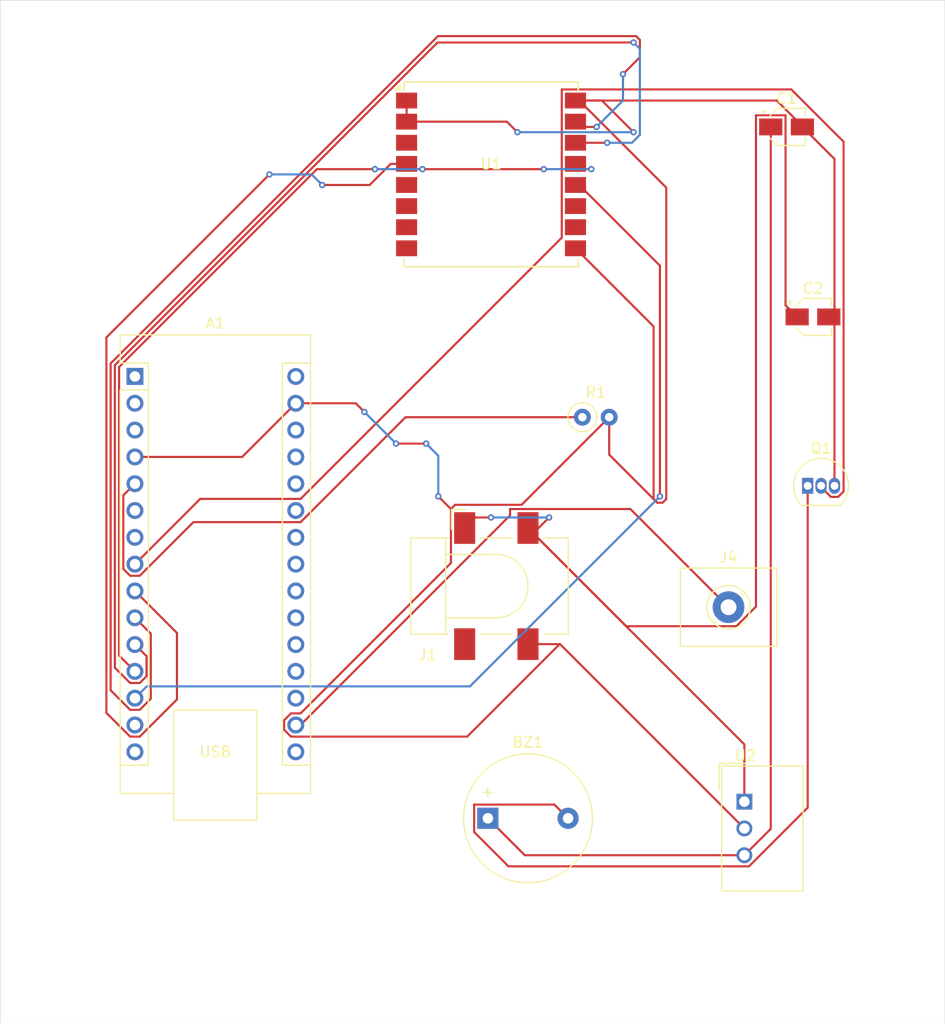
<source format=kicad_pcb>
(kicad_pcb (version 20241229) (generator "pcbnew") (generator_version "9.0")
  (layers (0 "F.Cu" signal) (2 "B.Cu" signal) (13 "F.Paste" user) (15 "B.Paste" user) (5 "F.SilkS" user "F.Silkscreen") (7 "B.SilkS" user "B.Silkscreen") (1 "F.Mask" user) (3 "B.Mask" user) (25 "Edge.Cuts" user))
  (net 0 "")
  (net 1 "GND")
  (net 3 "Net-(A1-D10)")
  (net 6 "Net-(A1-D6)")
  (net 14 "Net-(A1-D2)")
  (net 16 "Net-(A1-3V3)")
  (net 18 "Net-(A1-D9)")
  (net 19 "Net-(A1-D5)")
  (net 23 "Net-(A1-D7)")
  (net 29 "Net-(A1-D8)")
  (net 30 "Net-(BZ1-+)")
  (net 31 "Net-(BZ1--)")
  (net 32 "Net-(U2-IN)")
  (net 35 "VCC")
  (footprint "Converter_DCDC:Converter_DCDC_TRACO_TSR1-xxxxE_THT" (layer "F.Cu") (at 177 113.42)
    (property "Reference" "U2" (at 0.1 -4.35 0) (layer "F.SilkS"))
    (property "Value" "L7805")
    (fp_line (start -2.4 -3.61) (end 0.1 -3.61) (stroke (width 0.12)) (layer "F.SilkS"))
    (fp_line (start -2.4 -1.11) (end -2.4 -3.61) (stroke (width 0.12)) (layer "F.SilkS"))
    (fp_line (start -2.16 -3.37) (end -2.16 8.45) (stroke (width 0.12)) (layer "F.SilkS"))
    (fp_line (start -2.16 -3.37) (end 5.56 -3.37) (stroke (width 0.12)) (layer "F.SilkS"))
    (fp_line (start -2.16 8.45) (end 5.56 8.45) (stroke (width 0.12)) (layer "F.SilkS"))
    (fp_line (start 5.56 -3.37) (end 5.56 8.45) (stroke (width 0.12)) (layer "F.SilkS"))
    (pad "1" thru_hole rect (at 0 0) (size 1.5 1.5) (drill 1) (layers "*.Cu" "*.Mask") (net 32 "Net-(U2-IN)"))
    (pad "2" thru_hole circle (at 0 2.54) (size 1.5 1.5) (drill 1) (layers "*.Cu" "*.Mask") (net 1 "GND"))
    (pad "3" thru_hole circle (at 0 5.08) (size 1.5 1.5) (drill 1) (layers "*.Cu" "*.Mask") (net 30 "Net-(BZ1-+)"))
  )
  (footprint "Module:Arduino_Nano" (layer "F.Cu") (at 119.26 73.14)
    (property "Reference" "A1" (at 7.62 -5.08 0) (layer "F.SilkS"))
    (property "Value" "Arduino_Nano_Every")
    (fp_line (start -1.4 -3.94) (end -1.4 -1.27) (stroke (width 0.12)) (layer "F.SilkS"))
    (fp_line (start -1.4 1.27) (end -1.4 39.5) (stroke (width 0.12)) (layer "F.SilkS"))
    (fp_line (start -1.4 39.5) (end 3.68 39.5) (stroke (width 0.12)) (layer "F.SilkS"))
    (fp_line (start 1.27 -1.27) (end -1.4 -1.27) (stroke (width 0.12)) (layer "F.SilkS"))
    (fp_line (start 1.27 1.27) (end -1.4 1.27) (stroke (width 0.12)) (layer "F.SilkS"))
    (fp_line (start 1.27 1.27) (end 1.27 -1.27) (stroke (width 0.12)) (layer "F.SilkS"))
    (fp_line (start 1.27 1.27) (end 1.27 36.83) (stroke (width 0.12)) (layer "F.SilkS"))
    (fp_line (start 1.27 36.83) (end -1.4 36.83) (stroke (width 0.12)) (layer "F.SilkS"))
    (fp_line (start 3.68 31.62) (end 11.56 31.62) (stroke (width 0.12)) (layer "F.SilkS"))
    (fp_line (start 3.68 42.04) (end 3.68 31.62) (stroke (width 0.12)) (layer "F.SilkS"))
    (fp_line (start 11.56 31.62) (end 11.56 42.04) (stroke (width 0.12)) (layer "F.SilkS"))
    (fp_line (start 11.56 42.04) (end 3.68 42.04) (stroke (width 0.12)) (layer "F.SilkS"))
    (fp_line (start 13.97 -1.27) (end 13.97 36.83) (stroke (width 0.12)) (layer "F.SilkS"))
    (fp_line (start 13.97 -1.27) (end 16.64 -1.27) (stroke (width 0.12)) (layer "F.SilkS"))
    (fp_line (start 13.97 36.83) (end 16.64 36.83) (stroke (width 0.12)) (layer "F.SilkS"))
    (fp_line (start 16.64 -3.94) (end -1.4 -3.94) (stroke (width 0.12)) (layer "F.SilkS"))
    (fp_line (start 16.64 39.5) (end 11.56 39.5) (stroke (width 0.12)) (layer "F.SilkS"))
    (fp_line (start 16.64 39.5) (end 16.64 -3.94) (stroke (width 0.12)) (layer "F.SilkS"))
    (fp_text user "USB" (at 7.62 35.56 0) (layer "F.SilkS"))
    (pad "1" thru_hole rect (at 0 0) (size 1.6 1.6) (drill 1) (layers "*.Cu" "*.Mask"))
    (pad "2" thru_hole oval (at 0 2.54) (size 1.6 1.6) (drill 1) (layers "*.Cu" "*.Mask"))
    (pad "3" thru_hole oval (at 0 5.08) (size 1.6 1.6) (drill 1) (layers "*.Cu" "*.Mask"))
    (pad "4" thru_hole oval (at 0 7.62) (size 1.6 1.6) (drill 1) (layers "*.Cu" "*.Mask") (net 1 "GND"))
    (pad "5" thru_hole oval (at 0 10.16) (size 1.6 1.6) (drill 1) (layers "*.Cu" "*.Mask") (net 14 "Net-(A1-D2)"))
    (pad "6" thru_hole oval (at 0 12.7) (size 1.6 1.6) (drill 1) (layers "*.Cu" "*.Mask"))
    (pad "7" thru_hole oval (at 0 15.24) (size 1.6 1.6) (drill 1) (layers "*.Cu" "*.Mask"))
    (pad "8" thru_hole oval (at 0 17.78) (size 1.6 1.6) (drill 1) (layers "*.Cu" "*.Mask") (net 19 "Net-(A1-D5)"))
    (pad "9" thru_hole oval (at 0 20.32) (size 1.6 1.6) (drill 1) (layers "*.Cu" "*.Mask") (net 6 "Net-(A1-D6)"))
    (pad "10" thru_hole oval (at 0 22.86) (size 1.6 1.6) (drill 1) (layers "*.Cu" "*.Mask") (net 23 "Net-(A1-D7)"))
    (pad "11" thru_hole oval (at 0 25.4) (size 1.6 1.6) (drill 1) (layers "*.Cu" "*.Mask") (net 29 "Net-(A1-D8)"))
    (pad "12" thru_hole oval (at 0 27.94) (size 1.6 1.6) (drill 1) (layers "*.Cu" "*.Mask") (net 18 "Net-(A1-D9)"))
    (pad "13" thru_hole oval (at 0 30.48) (size 1.6 1.6) (drill 1) (layers "*.Cu" "*.Mask") (net 3 "Net-(A1-D10)"))
    (pad "14" thru_hole oval (at 0 33.02) (size 1.6 1.6) (drill 1) (layers "*.Cu" "*.Mask"))
    (pad "15" thru_hole oval (at 0 35.56) (size 1.6 1.6) (drill 1) (layers "*.Cu" "*.Mask"))
    (pad "16" thru_hole oval (at 15.24 35.56) (size 1.6 1.6) (drill 1) (layers "*.Cu" "*.Mask"))
    (pad "17" thru_hole oval (at 15.24 33.02) (size 1.6 1.6) (drill 1) (layers "*.Cu" "*.Mask") (net 16 "Net-(A1-3V3)"))
    (pad "18" thru_hole oval (at 15.24 30.48) (size 1.6 1.6) (drill 1) (layers "*.Cu" "*.Mask"))
    (pad "19" thru_hole oval (at 15.24 27.94) (size 1.6 1.6) (drill 1) (layers "*.Cu" "*.Mask"))
    (pad "20" thru_hole oval (at 15.24 25.4) (size 1.6 1.6) (drill 1) (layers "*.Cu" "*.Mask"))
    (pad "21" thru_hole oval (at 15.24 22.86) (size 1.6 1.6) (drill 1) (layers "*.Cu" "*.Mask"))
    (pad "22" thru_hole oval (at 15.24 20.32) (size 1.6 1.6) (drill 1) (layers "*.Cu" "*.Mask"))
    (pad "23" thru_hole oval (at 15.24 17.78) (size 1.6 1.6) (drill 1) (layers "*.Cu" "*.Mask"))
    (pad "24" thru_hole oval (at 15.24 15.24) (size 1.6 1.6) (drill 1) (layers "*.Cu" "*.Mask"))
    (pad "25" thru_hole oval (at 15.24 12.7) (size 1.6 1.6) (drill 1) (layers "*.Cu" "*.Mask"))
    (pad "26" thru_hole oval (at 15.24 10.16) (size 1.6 1.6) (drill 1) (layers "*.Cu" "*.Mask"))
    (pad "27" thru_hole oval (at 15.24 7.62) (size 1.6 1.6) (drill 1) (layers "*.Cu" "*.Mask"))
    (pad "28" thru_hole oval (at 15.24 5.08) (size 1.6 1.6) (drill 1) (layers "*.Cu" "*.Mask"))
    (pad "29" thru_hole oval (at 15.24 2.54) (size 1.6 1.6) (drill 1) (layers "*.Cu" "*.Mask") (net 1 "GND"))
    (pad "30" thru_hole oval (at 15.24 0) (size 1.6 1.6) (drill 1) (layers "*.Cu" "*.Mask"))
  )
  (footprint "Package_TO_SOT_THT:TO-92_Inline" (layer "F.Cu") (at 183 83.5)
    (property "Reference" "Q1" (at 1.27 -3.56 0) (layer "F.SilkS"))
    (property "Value" "BC547")
    (fp_line (start -0.53 1.85) (end 3.07 1.85) (stroke (width 0.12)) (layer "F.SilkS"))
    (fp_arc (start -0.568478 1.838478) (mid -1.132087 -0.994977) (end 1.27 -2.6) (stroke (width 0.12)) (layer "F.SilkS"))
    (fp_arc (start 1.27 -2.6) (mid 3.672087 -0.994977) (end 3.108478 1.838478) (stroke (width 0.12)) (layer "F.SilkS"))
    (pad "1" thru_hole rect (at 0 0) (size 1.05 1.5) (drill 0.75) (layers "*.Cu" "*.Mask") (net 31 "Net-(BZ1--)"))
    (pad "2" thru_hole oval (at 1.27 0) (size 1.05 1.5) (drill 0.75) (layers "*.Cu" "*.Mask") (net 19 "Net-(A1-D5)"))
    (pad "3" thru_hole oval (at 2.54 0) (size 1.05 1.5) (drill 0.75) (layers "*.Cu" "*.Mask") (net 1 "GND"))
  )
  (footprint "Capacitor_SMD:CP_Elec_3x5.3" (layer "F.Cu") (at 183.5 67.5)
    (property "Reference" "C2" (at 0 -2.7 0) (layer "F.SilkS"))
    (property "Value" "C")
    (fp_line (start -2.375 -1.435) (end -2 -1.435) (stroke (width 0.12)) (layer "F.SilkS"))
    (fp_line (start -2.1875 -1.6225) (end -2.1875 -1.2475) (stroke (width 0.12)) (layer "F.SilkS"))
    (fp_line (start -1.570563 -1.06) (end -0.870563 -1.76) (stroke (width 0.12)) (layer "F.SilkS"))
    (fp_line (start -1.570563 1.06) (end -0.870563 1.76) (stroke (width 0.12)) (layer "F.SilkS"))
    (fp_line (start -0.870563 -1.76) (end 1.76 -1.76) (stroke (width 0.12)) (layer "F.SilkS"))
    (fp_line (start -0.870563 1.76) (end 1.76 1.76) (stroke (width 0.12)) (layer "F.SilkS"))
    (fp_line (start 1.76 -1.76) (end 1.76 -1.06) (stroke (width 0.12)) (layer "F.SilkS"))
    (fp_line (start 1.76 1.76) (end 1.76 1.06) (stroke (width 0.12)) (layer "F.SilkS"))
    (pad "1" smd rect (at -1.5 0) (size 2.2 1.6) (layers "F.Cu" "F.Mask" "F.Paste") (net 32 "Net-(U2-IN)"))
    (pad "2" smd rect (at 1.5 0) (size 2.2 1.6) (layers "F.Cu" "F.Mask" "F.Paste") (net 1 "GND"))
  )
  (footprint "Resistor_THT:R_Axial_DIN0207_L6.3mm_D2.5mm_P2.54mm_Vertical" (layer "F.Cu") (at 161.655 77)
    (property "Reference" "R1" (at 1.27 -2.37 0) (layer "F.SilkS"))
    (property "Value" "R")
    (fp_line (start 1.37 0) (end 1.44 0) (stroke (width 0.12)) (layer "F.SilkS"))
    (fp_circle (center 0 0) (end 1.37 0) (stroke (width 0.12)) (fill no) (layer "F.SilkS"))
    (pad "1" thru_hole circle (at 0 0) (size 1.6 1.6) (drill 0.8) (layers "*.Cu" "*.Mask") (net 14 "Net-(A1-D2)"))
    (pad "2" thru_hole oval (at 2.54 0) (size 1.6 1.6) (drill 0.8) (layers "*.Cu" "*.Mask") (net 1 "GND"))
  )
  (footprint "Connector_BarrelJack:BarrelJack_CLIFF_FC681465S_SMT_Horizontal" (layer "F.Cu") (at 153.5 93)
    (property "Reference" "J1" (at -6.5 6.5 180) (layer "F.SilkS"))
    (property "Value" "Barrel_Jack")
    (fp_line (start -8.11 -4.56) (end -4.5 -4.56) (stroke (width 0.12)) (layer "F.SilkS"))
    (fp_line (start -8.11 4.56) (end -8.11 -4.56) (stroke (width 0.12)) (layer "F.SilkS"))
    (fp_line (start -8.11 4.56) (end -4.5 4.56) (stroke (width 0.12)) (layer "F.SilkS"))
    (fp_line (start -4.8 -3) (end 0 -3) (stroke (width 0.12)) (layer "F.SilkS"))
    (fp_line (start -4.8 3) (end 0 3) (stroke (width 0.12)) (layer "F.SilkS"))
    (fp_line (start -4.8 4.56) (end -4.8 -4.56) (stroke (width 0.12)) (layer "F.SilkS"))
    (fp_line (start -4.26 -7.26) (end -4.26 -5.36) (stroke (width 0.12)) (layer "F.SilkS"))
    (fp_line (start -2.92 -7.26) (end -4.26 -7.26) (stroke (width 0.12)) (layer "F.SilkS"))
    (fp_line (start -1.5 -4.56) (end 1.5 -4.56) (stroke (width 0.12)) (layer "F.SilkS"))
    (fp_line (start -1.5 4.56) (end 1.5 4.56) (stroke (width 0.12)) (layer "F.SilkS"))
    (fp_line (start 4.5 -4.56) (end 6.81 -4.56) (stroke (width 0.12)) (layer "F.SilkS"))
    (fp_line (start 4.5 4.56) (end 6.81 4.56) (stroke (width 0.12)) (layer "F.SilkS"))
    (fp_line (start 6.81 4.56) (end 6.81 -4.56) (stroke (width 0.12)) (layer "F.SilkS"))
    (fp_arc (start 0 -3) (mid 3 0) (end 0 3) (stroke (width 0.12)) (layer "F.SilkS"))
    (pad "" np_thru_hole oval (at -2.9 0 90) (size 2 1.5) (drill oval 2 1.5) (layers "*.Cu" "*.Mask"))
    (pad "" np_thru_hole circle (at 1.5 0 90) (size 2 2) (drill 2) (layers "*.Cu" "*.Mask"))
    (pad "1" smd rect (at -3 -5.5 90) (size 3 2) (layers "F.Cu" "F.Mask" "F.Paste") (net 32 "Net-(U2-IN)"))
    (pad "1" smd rect (at 3 -5.5 90) (size 3 2) (layers "F.Cu" "F.Mask" "F.Paste") (net 32 "Net-(U2-IN)"))
    (pad "2" smd rect (at 3 5.5 90) (size 3 2) (layers "F.Cu" "F.Mask" "F.Paste") (net 1 "GND"))
    (pad "3" smd rect (at -3 5.5 90) (size 3 2) (layers "F.Cu" "F.Mask" "F.Paste"))
  )
  (footprint "Capacitor_SMD:CP_Elec_3x5.3" (layer "F.Cu") (at 181 49.5)
    (property "Reference" "C1" (at 0 -2.7 0) (layer "F.SilkS"))
    (property "Value" "C")
    (fp_line (start -2.375 -1.435) (end -2 -1.435) (stroke (width 0.12)) (layer "F.SilkS"))
    (fp_line (start -2.1875 -1.6225) (end -2.1875 -1.2475) (stroke (width 0.12)) (layer "F.SilkS"))
    (fp_line (start -1.570563 -1.06) (end -0.870563 -1.76) (stroke (width 0.12)) (layer "F.SilkS"))
    (fp_line (start -1.570563 1.06) (end -0.870563 1.76) (stroke (width 0.12)) (layer "F.SilkS"))
    (fp_line (start -0.870563 -1.76) (end 1.76 -1.76) (stroke (width 0.12)) (layer "F.SilkS"))
    (fp_line (start -0.870563 1.76) (end 1.76 1.76) (stroke (width 0.12)) (layer "F.SilkS"))
    (fp_line (start 1.76 -1.76) (end 1.76 -1.06) (stroke (width 0.12)) (layer "F.SilkS"))
    (fp_line (start 1.76 1.76) (end 1.76 1.06) (stroke (width 0.12)) (layer "F.SilkS"))
    (pad "1" smd rect (at -1.5 0) (size 2.2 1.6) (layers "F.Cu" "F.Mask" "F.Paste") (net 30 "Net-(BZ1-+)"))
    (pad "2" smd rect (at 1.5 0) (size 2.2 1.6) (layers "F.Cu" "F.Mask" "F.Paste") (net 1 "GND"))
  )
  (footprint "TerminalBlock_MetzConnect:TerminalBlock_MetzConnect_360271_1x01_Horizontal_ScrewM3.0_Boxed" (layer "F.Cu") (at 175.5 95)
    (property "Reference" "J4" (at 0 -4.71 0) (layer "F.SilkS"))
    (property "Value" "Screw_Terminal_01x02")
    (fp_line (start -4.56 -3.71) (end -4.56 3.71) (stroke (width 0.12)) (layer "F.SilkS"))
    (fp_line (start -4.56 -3.71) (end 4.56 -3.71) (stroke (width 0.12)) (layer "F.SilkS"))
    (fp_line (start -4.56 3.71) (end 4.56 3.71) (stroke (width 0.12)) (layer "F.SilkS"))
    (fp_line (start -1.376 1.124) (end -1.563 1.311) (stroke (width 0.12)) (layer "F.SilkS"))
    (fp_line (start -1.168 1.419) (end -1.312 1.563) (stroke (width 0.12)) (layer "F.SilkS"))
    (fp_line (start 1.312 -1.563) (end 1.168 -1.419) (stroke (width 0.12)) (layer "F.SilkS"))
    (fp_line (start 1.563 -1.311) (end 1.376 -1.125) (stroke (width 0.12)) (layer "F.SilkS"))
    (fp_line (start 4.56 -3.71) (end 4.56 3.71) (stroke (width 0.12)) (layer "F.SilkS"))
    (fp_circle (center 0 0) (end 2.06 0) (stroke (width 0.12)) (fill no) (layer "F.SilkS"))
    (pad "1" thru_hole circle (at 0 0) (size 3 3) (drill 1.5) (layers "*.Cu" "*.Mask") (net 16 "Net-(A1-3V3)"))
  )
  (footprint "Buzzer_Beeper:Buzzer_12x9.5RM7.6" (layer "F.Cu") (at 152.7 115)
    (property "Reference" "BZ1" (at 3.8 -7.2 0) (layer "F.SilkS"))
    (property "Value" "Buzzer")
    (fp_circle (center 3.8 0) (end 9.9 0) (stroke (width 0.12)) (fill no) (layer "F.SilkS"))
    (fp_text user "+" (at -0.01 -2.54 0) (layer "F.SilkS"))
    (pad "1" thru_hole rect (at 0 0) (size 2 2) (drill 1) (layers "*.Cu" "*.Mask") (net 30 "Net-(BZ1-+)"))
    (pad "2" thru_hole circle (at 7.6 0) (size 2 2) (drill 1) (layers "*.Cu" "*.Mask") (net 31 "Net-(BZ1--)"))
  )
  (footprint "RF_Module:Ai-Thinker-Ra-01-LoRa" (layer "F.Cu") (at 153 54)
    (property "Reference" "U1" (at 0 -1 0) (layer "F.SilkS"))
    (property "Value" "Ai-Thinker-Ra-02")
    (fp_line (start -8.25 -8.75) (end 8.25 -8.75) (stroke (width 0.15)) (layer "F.SilkS"))
    (fp_line (start -8.25 -8) (end -8.25 -8.75) (stroke (width 0.15)) (layer "F.SilkS"))
    (fp_line (start -8.25 8) (end -8.25 8.75) (stroke (width 0.15)) (layer "F.SilkS"))
    (fp_line (start -8.25 8.75) (end 8.25 8.75) (stroke (width 0.15)) (layer "F.SilkS"))
    (fp_line (start 8.25 -8.75) (end 8.25 -8) (stroke (width 0.15)) (layer "F.SilkS"))
    (fp_line (start 8.25 8.75) (end 8.25 8) (stroke (width 0.15)) (layer "F.SilkS"))
    (fp_poly (pts (xy -8.55 -8) (xy -9.05 -8) (xy -8.55 -8.5) (xy -8.55 -8)) (stroke (width 0.12)) (fill yes) (layer "F.SilkS"))
    (pad "1" smd rect (at -8 -7) (size 2 1.5) (layers "F.Cu" "F.Mask" "F.Paste") (net 1 "GND"))
    (pad "2" smd rect (at -8 -5) (size 2 1.5) (layers "F.Cu" "F.Mask" "F.Paste") (net 1 "GND"))
    (pad "3" smd rect (at -8 -3) (size 2 1.5) (layers "F.Cu" "F.Mask" "F.Paste") (net 35 "VCC"))
    (pad "4" smd rect (at -8 -1) (size 2 1.5) (layers "F.Cu" "F.Mask" "F.Paste") (net 6 "Net-(A1-D6)"))
    (pad "5" smd rect (at -8 1) (size 2 1.5) (layers "F.Cu" "F.Mask" "F.Paste"))
    (pad "6" smd rect (at -8 3) (size 2 1.5) (layers "F.Cu" "F.Mask" "F.Paste"))
    (pad "7" smd rect (at -8 5) (size 2 1.5) (layers "F.Cu" "F.Mask" "F.Paste"))
    (pad "8" smd rect (at -8 7) (size 2 1.5) (layers "F.Cu" "F.Mask" "F.Paste"))
    (pad "9" smd rect (at 8 7) (size 2 1.5) (layers "F.Cu" "F.Mask" "F.Paste") (net 1 "GND"))
    (pad "10" smd rect (at 8 5) (size 2 1.5) (layers "F.Cu" "F.Mask" "F.Paste"))
    (pad "11" smd rect (at 8 3) (size 2 1.5) (layers "F.Cu" "F.Mask" "F.Paste"))
    (pad "12" smd rect (at 8 1) (size 2 1.5) (layers "F.Cu" "F.Mask" "F.Paste") (net 3 "Net-(A1-D10)"))
    (pad "13" smd rect (at 8 -1) (size 2 1.5) (layers "F.Cu" "F.Mask" "F.Paste") (net 18 "Net-(A1-D9)"))
    (pad "14" smd rect (at 8 -3) (size 2 1.5) (layers "F.Cu" "F.Mask" "F.Paste") (net 29 "Net-(A1-D8)"))
    (pad "15" smd rect (at 8 -5) (size 2 1.5) (layers "F.Cu" "F.Mask" "F.Paste") (net 23 "Net-(A1-D7)"))
    (pad "16" smd rect (at 8 -7) (size 2 1.5) (layers "F.Cu" "F.Mask" "F.Paste") (net 1 "GND"))
  )
  (gr_rect (start 106.5 37.5) (end 196 134.5) (stroke (width 0.05)) (fill no) (layer "Edge.Cuts"))
  (segment (start 149.199 90.81605) (end 134.95605 105.059) (width 0.2) (layer "F.Cu") (net 1))
  (segment (start 180.0691 47) (end 161 47) (width 0.2) (layer "F.Cu") (net 1))
  (segment (start 134.5 75.68) (end 129.42 80.76) (width 0.2) (layer "F.Cu") (net 1))
  (segment (start 129.42 80.76) (end 119.26 80.76) (width 0.2) (layer "F.Cu") (net 1))
  (segment (start 182.5 49.5) (end 182.5 49.4309) (width 0.2) (layer "F.Cu") (net 1))
  (segment (start 168.751057 85.101) (end 168.399 84.748943) (width 0.2) (layer "F.Cu") (net 1))
  (segment (start 159.54 98.5) (end 159.5 98.5) (width 0.2) (layer "F.Cu") (net 1))
  (segment (start 134.5 75.68) (end 140.18 75.68) (width 0.2) (layer "F.Cu") (net 1))
  (segment (start 155.897 85.298) (end 164.195 77) (width 0.2) (layer "F.Cu") (net 1))
  (segment (start 161 47) (end 161.352 47) (width 0.2) (layer "F.Cu") (net 1))
  (segment (start 159.5 98.5) (end 156.5 98.5) (width 0.2) (layer "F.Cu") (net 1))
  (segment (start 164.195 80.544943) (end 164.195 77) (width 0.2) (layer "F.Cu") (net 1))
  (segment (start 148 84.5) (end 149.199 85.699) (width 0.2) (layer "F.Cu") (net 1))
  (segment (start 150.739 107.261) (end 159.5 98.5) (width 0.2) (layer "F.Cu") (net 1))
  (segment (start 140.18 75.68) (end 141 76.5) (width 0.2) (layer "F.Cu") (net 1))
  (segment (start 168.399 84.748943) (end 164.195 80.544943) (width 0.2) (layer "F.Cu") (net 1))
  (segment (start 145 47) (end 145 49) (width 0.2) (layer "F.Cu") (net 1))
  (segment (start 169.601 55.249) (end 169.601 84.748943) (width 0.2) (layer "F.Cu") (net 1))
  (segment (start 182.5 49.5) (end 185.54 52.54) (width 0.2) (layer "F.Cu") (net 1))
  (segment (start 177 115.96) (end 159.54 98.5) (width 0.2) (layer "F.Cu") (net 1))
  (segment (start 133.399 105.70395) (end 133.399 106.61605) (width 0.2) (layer "F.Cu") (net 1))
  (segment (start 134.95605 105.059) (end 134.04395 105.059) (width 0.2) (layer "F.Cu") (net 1))
  (segment (start 169.601 84.748943) (end 169.248943 85.101) (width 0.2) (layer "F.Cu") (net 1))
  (segment (start 169.248943 85.101) (end 168.751057 85.101) (width 0.2) (layer "F.Cu") (net 1))
  (segment (start 163.5 47) (end 166.5 50) (width 0.2) (layer "F.Cu") (net 1))
  (segment (start 161.352 47) (end 169.601 55.249) (width 0.2) (layer "F.Cu") (net 1))
  (segment (start 149.199 85.699) (end 149.199 90.81605) (width 0.2) (layer "F.Cu") (net 1))
  (segment (start 155.5 50) (end 154.5 49) (width 0.2) (layer "F.Cu") (net 1))
  (segment (start 168.399 68.399) (end 161 61) (width 0.2) (layer "F.Cu") (net 1))
  (segment (start 134.04395 107.261) (end 150.739 107.261) (width 0.2) (layer "F.Cu") (net 1))
  (segment (start 149.6 85.298) (end 155.897 85.298) (width 0.2) (layer "F.Cu") (net 1))
  (segment (start 185.54 52.54) (end 185.54 83.5) (width 0.2) (layer "F.Cu") (net 1))
  (segment (start 154.5 49) (end 145 49) (width 0.2) (layer "F.Cu") (net 1))
  (segment (start 144 79.5) (end 146.849943 79.5) (width 0.2) (layer "F.Cu") (net 1))
  (segment (start 182.5 49.4309) (end 180.0691 47) (width 0.2) (layer "F.Cu") (net 1))
  (segment (start 149.199 85.699) (end 149.6 85.298) (width 0.2) (layer "F.Cu") (net 1))
  (segment (start 161 47) (end 163.5 47) (width 0.2) (layer "F.Cu") (net 1))
  (segment (start 134.04395 105.059) (end 133.399 105.70395) (width 0.2) (layer "F.Cu") (net 1))
  (segment (start 133.399 106.61605) (end 134.04395 107.261) (width 0.2) (layer "F.Cu") (net 1))
  (segment (start 168.399 84.748943) (end 168.399 68.399) (width 0.2) (layer "F.Cu") (net 1))
  (via (at 148 84.5) (size 0.6) (drill 0.3) (layers "F.Cu" "B.Cu") (net 1))
  (via (at 141 76.5) (size 0.6) (drill 0.3) (layers "F.Cu" "B.Cu") (net 1))
  (via (at 144 79.5) (size 0.6) (drill 0.3) (layers "F.Cu" "B.Cu") (net 1))
  (via (at 146.849943 79.5) (size 0.6) (drill 0.3) (layers "F.Cu" "B.Cu") (net 1))
  (via (at 155.5 50) (size 0.6) (drill 0.3) (layers "F.Cu" "B.Cu") (net 1))
  (via (at 166.5 50) (size 0.6) (drill 0.3) (layers "F.Cu" "B.Cu") (net 1))
  (segment (start 141 76.5) (end 144.075029 79.575029) (width 0.2) (layer "B.Cu") (net 1))
  (segment (start 166.5 50) (end 155.5 50) (width 0.2) (layer "B.Cu") (net 1))
  (segment (start 146.849943 79.5) (end 148 80.650057) (width 0.2) (layer "B.Cu") (net 1))
  (segment (start 155.5 50) (end 155.424971 49.924971) (width 0.2) (layer "B.Cu") (net 1))
  (segment (start 148 80.650057) (end 148 84.5) (width 0.2) (layer "B.Cu") (net 1))
  (segment (start 161 55) (end 161.352 55) (width 0.2) (layer "F.Cu") (net 3))
  (segment (start 161.352 55) (end 169 62.648) (width 0.2) (layer "F.Cu") (net 3))
  (segment (start 169 62.648) (end 169 84.5) (width 0.2) (layer "F.Cu") (net 3))
  (via (at 169 84.5) (size 0.6) (drill 0.3) (layers "F.Cu" "B.Cu") (net 3))
  (segment (start 169 84.5) (end 151 102.5) (width 0.2) (layer "B.Cu") (net 3))
  (segment (start 151 102.5) (end 120.38 102.5) (width 0.2) (layer "B.Cu") (net 3))
  (segment (start 120.38 102.5) (end 119.26 103.62) (width 0.2) (layer "B.Cu") (net 3))
  (segment (start 123.239 97.439) (end 123.239 103.73805) (width 0.2) (layer "F.Cu") (net 6))
  (segment (start 141.5 55) (end 143.5 53) (width 0.2) (layer "F.Cu") (net 6))
  (segment (start 116.555 105.01205) (end 116.555 69.445) (width 0.2) (layer "F.Cu") (net 6))
  (segment (start 119.71605 107.261) (end 118.80395 107.261) (width 0.2) (layer "F.Cu") (net 6))
  (segment (start 118.80395 107.261) (end 116.555 105.01205) (width 0.2) (layer "F.Cu") (net 6))
  (segment (start 137 55) (end 141.5 55) (width 0.2) (layer "F.Cu") (net 6))
  (segment (start 143.5 53) (end 145 53) (width 0.2) (layer "F.Cu") (net 6))
  (segment (start 123.239 103.73805) (end 119.71605 107.261) (width 0.2) (layer "F.Cu") (net 6))
  (segment (start 116.555 69.445) (end 132 54) (width 0.2) (layer "F.Cu") (net 6))
  (segment (start 119.26 93.46) (end 123.239 97.439) (width 0.2) (layer "F.Cu") (net 6))
  (via (at 137 55) (size 0.6) (drill 0.3) (layers "F.Cu" "B.Cu") (net 6))
  (via (at 132 54) (size 0.6) (drill 0.3) (layers "F.Cu" "B.Cu") (net 6))
  (segment (start 132 54) (end 136 54) (width 0.2) (layer "B.Cu") (net 6))
  (segment (start 136 54) (end 137.075029 55.075029) (width 0.2) (layer "B.Cu") (net 6))
  (segment (start 118.159 84.401) (end 119.26 83.3) (width 0.2) (layer "F.Cu") (net 14))
  (segment (start 161.975 77) (end 161.975 77.199999) (width 0.2) (layer "F.Cu") (net 14))
  (segment (start 134.95605 86.941) (end 124.79605 86.941) (width 0.2) (layer "F.Cu") (net 14))
  (segment (start 119.71605 92.021) (end 118.80395 92.021) (width 0.2) (layer "F.Cu") (net 14))
  (segment (start 124.79605 86.941) (end 119.71605 92.021) (width 0.2) (layer "F.Cu") (net 14))
  (segment (start 144.89705 77) (end 161.574 77) (width 0.2) (layer "F.Cu") (net 14))
  (segment (start 118.80395 92.021) (end 118.159 91.37605) (width 0.2) (layer "F.Cu") (net 14))
  (segment (start 144.89705 77) (end 134.95605 86.941) (width 0.2) (layer "F.Cu") (net 14))
  (segment (start 118.159 91.37605) (end 118.159 84.401) (width 0.2) (layer "F.Cu") (net 14))
  (segment (start 175.5 95) (end 166.199 85.699) (width 0.2) (layer "F.Cu") (net 16))
  (segment (start 154.801 86.301) (end 135.102 106) (width 0.2) (layer "F.Cu") (net 16))
  (segment (start 154.801 85.699) (end 154.801 86.301) (width 0.2) (layer "F.Cu") (net 16))
  (segment (start 166.199 85.699) (end 154.801 85.699) (width 0.2) (layer "F.Cu") (net 16))
  (segment (start 146.5 53.5) (end 158 53.5) (width 0.2) (layer "F.Cu") (net 18))
  (segment (start 117.758 72.242) (end 136.5 53.5) (width 0.2) (layer "F.Cu") (net 18))
  (segment (start 136.5 53.5) (end 142 53.5) (width 0.2) (layer "F.Cu") (net 18))
  (segment (start 117.758 99.578) (end 117.758 72.242) (width 0.2) (layer "F.Cu") (net 18))
  (segment (start 119.26 101.08) (end 117.758 99.578) (width 0.2) (layer "F.Cu") (net 18))
  (segment (start 161.5 53.5) (end 161 53) (width 0.2) (layer "F.Cu") (net 18))
  (segment (start 162.5 53.5) (end 161.5 53.5) (width 0.2) (layer "F.Cu") (net 18))
  (via (at 142 53.5) (size 0.6) (drill 0.3) (layers "F.Cu" "B.Cu") (net 18))
  (via (at 146.5 53.5) (size 0.6) (drill 0.3) (layers "F.Cu" "B.Cu") (net 18))
  (via (at 158 53.5) (size 0.6) (drill 0.3) (layers "F.Cu" "B.Cu") (net 18))
  (via (at 162.5 53.5) (size 0.6) (drill 0.3) (layers "F.Cu" "B.Cu") (net 18))
  (segment (start 142 53.5) (end 146.399 53.5) (width 0.2) (layer "B.Cu") (net 18))
  (segment (start 158 53.5) (end 162.5 53.5) (width 0.2) (layer "B.Cu") (net 18))
  (segment (start 134.95605 84.739) (end 125.441 84.739) (width 0.2) (layer "F.Cu") (net 19))
  (segment (start 181.451 45.949) (end 159.699 45.949) (width 0.2) (layer "F.Cu") (net 19))
  (segment (start 125.441 84.739) (end 119.26 90.92) (width 0.2) (layer "F.Cu") (net 19))
  (segment (start 185.19786 84.551) (end 185.88214 84.551) (width 0.2) (layer "F.Cu") (net 19))
  (segment (start 159.699 45.949) (end 159.699 59.99605) (width 0.2) (layer "F.Cu") (net 19))
  (segment (start 184.27 83.62314) (end 185.19786 84.551) (width 0.2) (layer "F.Cu") (net 19))
  (segment (start 186.401 84.03214) (end 186.401 50.899) (width 0.2) (layer "F.Cu") (net 19))
  (segment (start 185.88214 84.551) (end 186.401 84.03214) (width 0.2) (layer "F.Cu") (net 19))
  (segment (start 186.401 50.899) (end 181.451 45.949) (width 0.2) (layer "F.Cu") (net 19))
  (segment (start 159.699 59.99605) (end 134.95605 84.739) (width 0.2) (layer "F.Cu") (net 19))
  (segment (start 184.27 83.5) (end 184.27 83.62314) (width 0.2) (layer "F.Cu") (net 19))
  (segment (start 118.80395 104.721) (end 116.956 102.87305) (width 0.2) (layer "F.Cu") (net 23))
  (segment (start 119.71605 104.721) (end 118.80395 104.721) (width 0.2) (layer "F.Cu") (net 23))
  (segment (start 119.26 96) (end 120.762 97.502) (width 0.2) (layer "F.Cu") (net 23))
  (segment (start 163 49.5) (end 161.5 49.5) (width 0.2) (layer "F.Cu") (net 23))
  (segment (start 120.762 97.502) (end 120.762 103.67505) (width 0.2) (layer "F.Cu") (net 23))
  (segment (start 116.956 102.87305) (end 116.956 71.9098) (width 0.2) (layer "F.Cu") (net 23))
  (segment (start 167.101 42.899) (end 165.5 44.5) (width 0.2) (layer "F.Cu") (net 23))
  (segment (start 166.748943 40.899) (end 167.101 41.251057) (width 0.2) (layer "F.Cu") (net 23))
  (segment (start 120.762 103.67505) (end 119.71605 104.721) (width 0.2) (layer "F.Cu") (net 23))
  (segment (start 167.101 41.251057) (end 167.101 42.899) (width 0.2) (layer "F.Cu") (net 23))
  (segment (start 116.956 71.9098) (end 147.9668 40.899) (width 0.2) (layer "F.Cu") (net 23))
  (segment (start 161.5 49.5) (end 161 49) (width 0.2) (layer "F.Cu") (net 23))
  (segment (start 147.9668 40.899) (end 166.748943 40.899) (width 0.2) (layer "F.Cu") (net 23))
  (via (at 163 49.5) (size 0.6) (drill 0.3) (layers "F.Cu" "B.Cu") (net 23))
  (via (at 165.5 44.5) (size 0.6) (drill 0.3) (layers "F.Cu" "B.Cu") (net 23))
  (segment (start 165.5 44.5) (end 165.5 47) (width 0.2) (layer "B.Cu") (net 23))
  (segment (start 165.5 47) (end 164 48.5) (width 0.2) (layer "B.Cu") (net 23))
  (segment (start 164 48.5) (end 163 49.5) (width 0.2) (layer "B.Cu") (net 23))
  (segment (start 120.361 99.641) (end 120.361 101.53605) (width 0.2) (layer "F.Cu") (net 29))
  (segment (start 147.9329 41.5) (end 166.5 41.5) (width 0.2) (layer "F.Cu") (net 29))
  (segment (start 117.357 72.0759) (end 147.9329 41.5) (width 0.2) (layer "F.Cu") (net 29))
  (segment (start 164 51) (end 161 51) (width 0.2) (layer "F.Cu") (net 29))
  (segment (start 117.357 100.73405) (end 117.357 72.0759) (width 0.2) (layer "F.Cu") (net 29))
  (segment (start 119.26 98.54) (end 120.361 99.641) (width 0.2) (layer "F.Cu") (net 29))
  (segment (start 119.71605 102.181) (end 118.80395 102.181) (width 0.2) (layer "F.Cu") (net 29))
  (segment (start 118.80395 102.181) (end 117.357 100.73405) (width 0.2) (layer "F.Cu") (net 29))
  (segment (start 120.361 101.53605) (end 119.71605 102.181) (width 0.2) (layer "F.Cu") (net 29))
  (via (at 166.5 41.5) (size 0.6) (drill 0.3) (layers "F.Cu" "B.Cu") (net 29))
  (via (at 164 51) (size 0.6) (drill 0.3) (layers "F.Cu" "B.Cu") (net 29))
  (segment (start 167.101 50.248943) (end 166.349943 51) (width 0.2) (layer "B.Cu") (net 29))
  (segment (start 166.349943 51) (end 164 51) (width 0.2) (layer "B.Cu") (net 29))
  (segment (start 166.5 41.5) (end 167.101 42.101) (width 0.2) (layer "B.Cu") (net 29))
  (segment (start 167.101 42.101) (end 167.101 50.248943) (width 0.2) (layer "B.Cu") (net 29))
  (segment (start 179.5 49.5) (end 179.5 116) (width 0.2) (layer "F.Cu") (net 30))
  (segment (start 177 118.5) (end 156.2 118.5) (width 0.2) (layer "F.Cu") (net 30))
  (segment (start 179.5 116) (end 177 118.5) (width 0.2) (layer "F.Cu") (net 30))
  (segment (start 156.2 118.5) (end 152.7 115) (width 0.2) (layer "F.Cu") (net 30))
  (segment (start 177.435339 119.551) (end 154.649 119.551) (width 0.2) (layer "F.Cu") (net 31))
  (segment (start 183 113.986339) (end 177.435339 119.551) (width 0.2) (layer "F.Cu") (net 31))
  (segment (start 151.399 116.301) (end 151.399 113.699) (width 0.2) (layer "F.Cu") (net 31))
  (segment (start 158.999 113.699) (end 160.3 115) (width 0.2) (layer "F.Cu") (net 31))
  (segment (start 154.649 119.551) (end 151.399 116.301) (width 0.2) (layer "F.Cu") (net 31))
  (segment (start 183 83.5) (end 183 113.986339) (width 0.2) (layer "F.Cu") (net 31))
  (segment (start 151.399 113.699) (end 158.999 113.699) (width 0.2) (layer "F.Cu") (net 31))
  (segment (start 157.5 87.5) (end 156.5 87.5) (width 0.2) (layer "F.Cu") (net 32))
  (segment (start 152.5 86.5) (end 153 86.5) (width 0.2) (layer "F.Cu") (net 32))
  (segment (start 180.901 66.401) (end 180.901 48.399) (width 0.2) (layer "F.Cu") (net 32))
  (segment (start 165.801 96.801) (end 156.5 87.5) (width 0.2) (layer "F.Cu") (net 32))
  (segment (start 178.099 94.947999) (end 176.245999 96.801) (width 0.2) (layer "F.Cu") (net 32))
  (segment (start 150.5 87.5) (end 151.5 86.5) (width 0.2) (layer "F.Cu") (net 32))
  (segment (start 176.245999 96.801) (end 165.801 96.801) (width 0.2) (layer "F.Cu") (net 32))
  (segment (start 178.099 48.399) (end 178.099 94.947999) (width 0.2) (layer "F.Cu") (net 32))
  (segment (start 177 113.42) (end 177 108) (width 0.2) (layer "F.Cu") (net 32))
  (segment (start 177 108) (end 156.5 87.5) (width 0.2) (layer "F.Cu") (net 32))
  (segment (start 180.901 48.399) (end 178.099 48.399) (width 0.2) (layer "F.Cu") (net 32))
  (segment (start 151.5 86.5) (end 152.5 86.5) (width 0.2) (layer "F.Cu") (net 32))
  (segment (start 182 67.5) (end 180.901 66.401) (width 0.2) (layer "F.Cu") (net 32))
  (segment (start 158.5 86.5) (end 157.5 87.5) (width 0.2) (layer "F.Cu") (net 32))
  (via (at 158.5 86.5) (size 0.6) (drill 0.3) (layers "F.Cu" "B.Cu") (net 32))
  (via (at 153 86.5) (size 0.6) (drill 0.3) (layers "F.Cu" "B.Cu") (net 32))
  (segment (start 153 86.5) (end 158.5 86.5) (width 0.2) (layer "B.Cu") (net 32))
)
</source>
